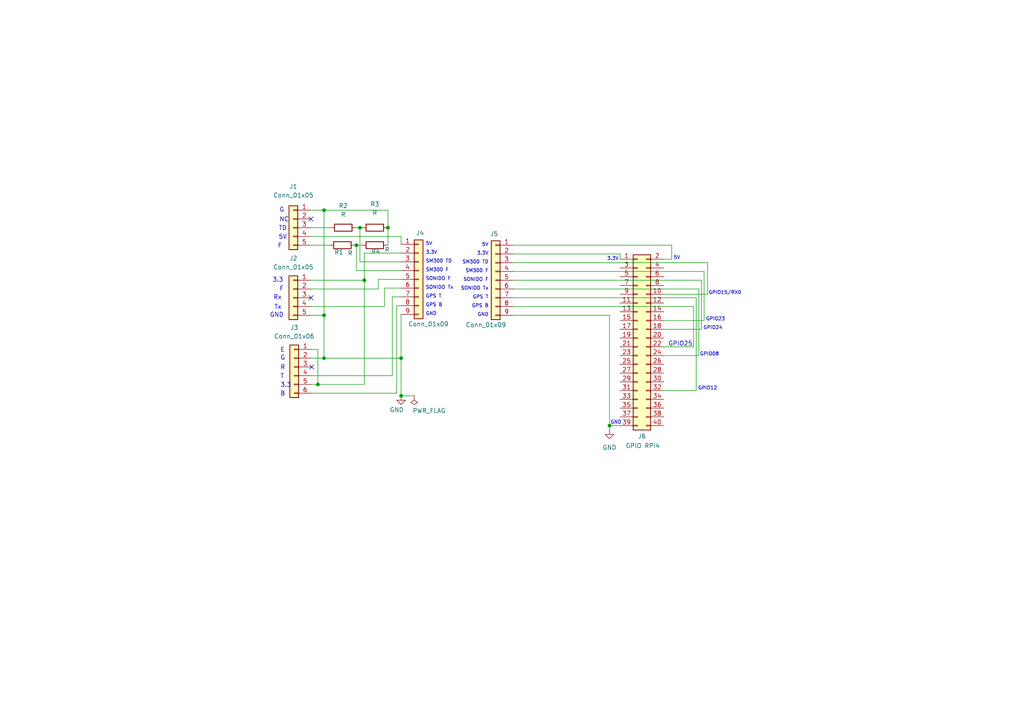
<source format=kicad_sch>
(kicad_sch (version 20211123) (generator eeschema)
  (paper "A4")
  (lib_symbols
    (symbol "Connector_Generic:Conn_01x05" (pin_names (offset 1.016) hide)
      (property "Reference" "J" (at 0 7.62 0))
      (property "Value" "Conn_01x05" (at 0 -7.62 0))
      (symbol "Conn_01x05_1_1"
        (rectangle (start -1.27 -4.953) (end 0 -5.207) (stroke (width 0.1524)))
        (rectangle (start -1.27 -2.413) (end 0 -2.667) (stroke (width 0.1524)))
        (rectangle (start -1.27 0.127) (end 0 -0.127) (stroke (width 0.1524)))
        (rectangle (start -1.27 2.667) (end 0 2.413) (stroke (width 0.1524)))
        (rectangle (start -1.27 5.207) (end 0 4.953) (stroke (width 0.1524)))
        (rectangle (start -1.27 6.35) (end 1.27 -6.35) (stroke (width 0.254)) (fill (type background)))
        (pin passive line (at -5.08 5.08 0) (length 3.81) (name "Pin_1") (number "1"))
        (pin passive line (at -5.08 2.54 0) (length 3.81) (name "Pin_2") (number "2"))
        (pin passive line (at -5.08 0 0) (length 3.81) (name "Pin_3") (number "3"))
        (pin passive line (at -5.08 -2.54 0) (length 3.81) (name "Pin_4") (number "4"))
        (pin passive line (at -5.08 -5.08 0) (length 3.81) (name "Pin_5") (number "5"))
      )
    )
    (symbol "Connector_Generic:Conn_01x06" (pin_names (offset 1.016) hide)
      (property "Reference" "J" (at 0 7.62 0))
      (property "Value" "Conn_01x06" (at 0 -10.16 0))
      (symbol "Conn_01x06_1_1"
        (rectangle (start -1.27 -7.493) (end 0 -7.747) (stroke (width 0.1524)))
        (rectangle (start -1.27 -4.953) (end 0 -5.207) (stroke (width 0.1524)))
        (rectangle (start -1.27 -2.413) (end 0 -2.667) (stroke (width 0.1524)))
        (rectangle (start -1.27 0.127) (end 0 -0.127) (stroke (width 0.1524)))
        (rectangle (start -1.27 2.667) (end 0 2.413) (stroke (width 0.1524)))
        (rectangle (start -1.27 5.207) (end 0 4.953) (stroke (width 0.1524)))
        (rectangle (start -1.27 6.35) (end 1.27 -8.89) (stroke (width 0.254)) (fill (type background)))
        (pin passive line (at -5.08 5.08 0) (length 3.81) (name "Pin_1") (number "1"))
        (pin passive line (at -5.08 2.54 0) (length 3.81) (name "Pin_2") (number "2"))
        (pin passive line (at -5.08 0 0) (length 3.81) (name "Pin_3") (number "3"))
        (pin passive line (at -5.08 -2.54 0) (length 3.81) (name "Pin_4") (number "4"))
        (pin passive line (at -5.08 -5.08 0) (length 3.81) (name "Pin_5") (number "5"))
        (pin passive line (at -5.08 -7.62 0) (length 3.81) (name "Pin_6") (number "6"))
      )
    )
    (symbol "Connector_Generic:Conn_01x09" (pin_names (offset 1.016) hide)
      (property "Reference" "J" (at 0 12.7 0))
      (property "Value" "Conn_01x09" (at 0 -12.7 0))
      (symbol "Conn_01x09_1_1"
        (rectangle (start -1.27 -10.033) (end 0 -10.287) (stroke (width 0.1524)))
        (rectangle (start -1.27 -7.493) (end 0 -7.747) (stroke (width 0.1524)))
        (rectangle (start -1.27 -4.953) (end 0 -5.207) (stroke (width 0.1524)))
        (rectangle (start -1.27 -2.413) (end 0 -2.667) (stroke (width 0.1524)))
        (rectangle (start -1.27 0.127) (end 0 -0.127) (stroke (width 0.1524)))
        (rectangle (start -1.27 2.667) (end 0 2.413) (stroke (width 0.1524)))
        (rectangle (start -1.27 5.207) (end 0 4.953) (stroke (width 0.1524)))
        (rectangle (start -1.27 7.747) (end 0 7.493) (stroke (width 0.1524)))
        (rectangle (start -1.27 10.287) (end 0 10.033) (stroke (width 0.1524)))
        (rectangle (start -1.27 11.43) (end 1.27 -11.43) (stroke (width 0.254)) (fill (type background)))
        (pin passive line (at -5.08 10.16 0) (length 3.81) (name "Pin_1") (number "1"))
        (pin passive line (at -5.08 7.62 0) (length 3.81) (name "Pin_2") (number "2"))
        (pin passive line (at -5.08 5.08 0) (length 3.81) (name "Pin_3") (number "3"))
        (pin passive line (at -5.08 2.54 0) (length 3.81) (name "Pin_4") (number "4"))
        (pin passive line (at -5.08 0 0) (length 3.81) (name "Pin_5") (number "5"))
        (pin passive line (at -5.08 -2.54 0) (length 3.81) (name "Pin_6") (number "6"))
        (pin passive line (at -5.08 -5.08 0) (length 3.81) (name "Pin_7") (number "7"))
        (pin passive line (at -5.08 -7.62 0) (length 3.81) (name "Pin_8") (number "8"))
        (pin passive line (at -5.08 -10.16 0) (length 3.81) (name "Pin_9") (number "9"))
      )
    )
    (symbol "Connector_Generic:Conn_02x20_Odd_Even" (pin_names (offset 1.016) hide)
      (property "Reference" "J" (at 1.27 25.4 0))
      (property "Value" "Conn_02x20_Odd_Even" (at 1.27 -27.94 0))
      (symbol "Conn_02x20_Odd_Even_1_1"
        (rectangle (start -1.27 -25.273) (end 0 -25.527) (stroke (width 0.1524)))
        (rectangle (start -1.27 -22.733) (end 0 -22.987) (stroke (width 0.1524)))
        (rectangle (start -1.27 -20.193) (end 0 -20.447) (stroke (width 0.1524)))
        (rectangle (start -1.27 -17.653) (end 0 -17.907) (stroke (width 0.1524)))
        (rectangle (start -1.27 -15.113) (end 0 -15.367) (stroke (width 0.1524)))
        (rectangle (start -1.27 -12.573) (end 0 -12.827) (stroke (width 0.1524)))
        (rectangle (start -1.27 -10.033) (end 0 -10.287) (stroke (width 0.1524)))
        (rectangle (start -1.27 -7.493) (end 0 -7.747) (stroke (width 0.1524)))
        (rectangle (start -1.27 -4.953) (end 0 -5.207) (stroke (width 0.1524)))
        (rectangle (start -1.27 -2.413) (end 0 -2.667) (stroke (width 0.1524)))
        (rectangle (start -1.27 0.127) (end 0 -0.127) (stroke (width 0.1524)))
        (rectangle (start -1.27 2.667) (end 0 2.413) (stroke (width 0.1524)))
        (rectangle (start -1.27 5.207) (end 0 4.953) (stroke (width 0.1524)))
        (rectangle (start -1.27 7.747) (end 0 7.493) (stroke (width 0.1524)))
        (rectangle (start -1.27 10.287) (end 0 10.033) (stroke (width 0.1524)))
        (rectangle (start -1.27 12.827) (end 0 12.573) (stroke (width 0.1524)))
        (rectangle (start -1.27 15.367) (end 0 15.113) (stroke (width 0.1524)))
        (rectangle (start -1.27 17.907) (end 0 17.653) (stroke (width 0.1524)))
        (rectangle (start -1.27 20.447) (end 0 20.193) (stroke (width 0.1524)))
        (rectangle (start -1.27 22.987) (end 0 22.733) (stroke (width 0.1524)))
        (rectangle (start -1.27 24.13) (end 3.81 -26.67) (stroke (width 0.254)) (fill (type background)))
        (rectangle (start 3.81 -25.273) (end 2.54 -25.527) (stroke (width 0.1524)))
        (rectangle (start 3.81 -22.733) (end 2.54 -22.987) (stroke (width 0.1524)))
        (rectangle (start 3.81 -20.193) (end 2.54 -20.447) (stroke (width 0.1524)))
        (rectangle (start 3.81 -17.653) (end 2.54 -17.907) (stroke (width 0.1524)))
        (rectangle (start 3.81 -15.113) (end 2.54 -15.367) (stroke (width 0.1524)))
        (rectangle (start 3.81 -12.573) (end 2.54 -12.827) (stroke (width 0.1524)))
        (rectangle (start 3.81 -10.033) (end 2.54 -10.287) (stroke (width 0.1524)))
        (rectangle (start 3.81 -7.493) (end 2.54 -7.747) (stroke (width 0.1524)))
        (rectangle (start 3.81 -4.953) (end 2.54 -5.207) (stroke (width 0.1524)))
        (rectangle (start 3.81 -2.413) (end 2.54 -2.667) (stroke (width 0.1524)))
        (rectangle (start 3.81 0.127) (end 2.54 -0.127) (stroke (width 0.1524)))
        (rectangle (start 3.81 2.667) (end 2.54 2.413) (stroke (width 0.1524)))
        (rectangle (start 3.81 5.207) (end 2.54 4.953) (stroke (width 0.1524)))
        (rectangle (start 3.81 7.747) (end 2.54 7.493) (stroke (width 0.1524)))
        (rectangle (start 3.81 10.287) (end 2.54 10.033) (stroke (width 0.1524)))
        (rectangle (start 3.81 12.827) (end 2.54 12.573) (stroke (width 0.1524)))
        (rectangle (start 3.81 15.367) (end 2.54 15.113) (stroke (width 0.1524)))
        (rectangle (start 3.81 17.907) (end 2.54 17.653) (stroke (width 0.1524)))
        (rectangle (start 3.81 20.447) (end 2.54 20.193) (stroke (width 0.1524)))
        (rectangle (start 3.81 22.987) (end 2.54 22.733) (stroke (width 0.1524)))
        (pin passive line (at -5.08 22.86 0) (length 3.81) (name "Pin_1") (number "1"))
        (pin passive line (at 7.62 12.7 180) (length 3.81) (name "Pin_10") (number "10"))
        (pin passive line (at -5.08 10.16 0) (length 3.81) (name "Pin_11") (number "11"))
        (pin passive line (at 7.62 10.16 180) (length 3.81) (name "Pin_12") (number "12"))
        (pin passive line (at -5.08 7.62 0) (length 3.81) (name "Pin_13") (number "13"))
        (pin passive line (at 7.62 7.62 180) (length 3.81) (name "Pin_14") (number "14"))
        (pin passive line (at -5.08 5.08 0) (length 3.81) (name "Pin_15") (number "15"))
        (pin passive line (at 7.62 5.08 180) (length 3.81) (name "Pin_16") (number "16"))
        (pin passive line (at -5.08 2.54 0) (length 3.81) (name "Pin_17") (number "17"))
        (pin passive line (at 7.62 2.54 180) (length 3.81) (name "Pin_18") (number "18"))
        (pin passive line (at -5.08 0 0) (length 3.81) (name "Pin_19") (number "19"))
        (pin passive line (at 7.62 22.86 180) (length 3.81) (name "Pin_2") (number "2"))
        (pin passive line (at 7.62 0 180) (length 3.81) (name "Pin_20") (number "20"))
        (pin passive line (at -5.08 -2.54 0) (length 3.81) (name "Pin_21") (number "21"))
        (pin passive line (at 7.62 -2.54 180) (length 3.81) (name "Pin_22") (number "22"))
        (pin passive line (at -5.08 -5.08 0) (length 3.81) (name "Pin_23") (number "23"))
        (pin passive line (at 7.62 -5.08 180) (length 3.81) (name "Pin_24") (number "24"))
        (pin passive line (at -5.08 -7.62 0) (length 3.81) (name "Pin_25") (number "25"))
        (pin passive line (at 7.62 -7.62 180) (length 3.81) (name "Pin_26") (number "26"))
        (pin passive line (at -5.08 -10.16 0) (length 3.81) (name "Pin_27") (number "27"))
        (pin passive line (at 7.62 -10.16 180) (length 3.81) (name "Pin_28") (number "28"))
        (pin passive line (at -5.08 -12.7 0) (length 3.81) (name "Pin_29") (number "29"))
        (pin passive line (at -5.08 20.32 0) (length 3.81) (name "Pin_3") (number "3"))
        (pin passive line (at 7.62 -12.7 180) (length 3.81) (name "Pin_30") (number "30"))
        (pin passive line (at -5.08 -15.24 0) (length 3.81) (name "Pin_31") (number "31"))
        (pin passive line (at 7.62 -15.24 180) (length 3.81) (name "Pin_32") (number "32"))
        (pin passive line (at -5.08 -17.78 0) (length 3.81) (name "Pin_33") (number "33"))
        (pin passive line (at 7.62 -17.78 180) (length 3.81) (name "Pin_34") (number "34"))
        (pin passive line (at -5.08 -20.32 0) (length 3.81) (name "Pin_35") (number "35"))
        (pin passive line (at 7.62 -20.32 180) (length 3.81) (name "Pin_36") (number "36"))
        (pin passive line (at -5.08 -22.86 0) (length 3.81) (name "Pin_37") (number "37"))
        (pin passive line (at 7.62 -22.86 180) (length 3.81) (name "Pin_38") (number "38"))
        (pin passive line (at -5.08 -25.4 0) (length 3.81) (name "Pin_39") (number "39"))
        (pin passive line (at 7.62 20.32 180) (length 3.81) (name "Pin_4") (number "4"))
        (pin passive line (at 7.62 -25.4 180) (length 3.81) (name "Pin_40") (number "40"))
        (pin passive line (at -5.08 17.78 0) (length 3.81) (name "Pin_5") (number "5"))
        (pin passive line (at 7.62 17.78 180) (length 3.81) (name "Pin_6") (number "6"))
        (pin passive line (at -5.08 15.24 0) (length 3.81) (name "Pin_7") (number "7"))
        (pin passive line (at 7.62 15.24 180) (length 3.81) (name "Pin_8") (number "8"))
        (pin passive line (at -5.08 12.7 0) (length 3.81) (name "Pin_9") (number "9"))
      )
    )
    (symbol "Device:R" (pin_numbers hide) (pin_names (offset 0))
      (property "Reference" "R" (at 2.032 0 90))
      (property "Value" "R" (at 0 0 90))
      (symbol "R_0_1"
        (rectangle (start -1.016 -2.54) (end 1.016 2.54) (stroke (width 0.254)))
      )
      (symbol "R_1_1"
        (pin passive line (at 0 3.81 270) (length 1.27) (name "~") (number "1"))
        (pin passive line (at 0 -3.81 90) (length 1.27) (name "~") (number "2"))
      )
    )
    (symbol "power:GND" (power) (pin_names (offset 0))
      (property "Value" "GND" (at 0 -3.81 0))
      (symbol "GND_0_1"
        (polyline (pts (xy 0 0) (xy 0 -1.27) (xy 1.27 -1.27) (xy 0 -2.54) (xy -1.27 -1.27) (xy 0 -1.27)))
      )
      (symbol "GND_1_1"
        (pin power_in line (at 0 0 270) (length 0) hide (name "GND") (number "1"))
      )
    )
    (symbol "power:PWR_FLAG" (power) (pin_numbers hide) (pin_names (offset 0) hide)
      (property "Value" "PWR_FLAG" (at 0 3.81 0))
      (symbol "PWR_FLAG_0_0"
        (pin power_out line (at 0 0 90) (length 0) (name "pwr") (number "1"))
      )
      (symbol "PWR_FLAG_0_1"
        (polyline (pts (xy 0 0) (xy 0 1.27) (xy -1.016 1.905) (xy 0 2.54) (xy 1.016 1.905) (xy 0 1.27)))
      )
    )
  )
  (junction (at 176.784 123.444))
  (junction (at 103.378 71.12))
  (junction (at 116.332 103.886))
  (junction (at 93.98 60.96))
  (junction (at 92.202 111.506))
  (junction (at 104.394 66.04))
  (junction (at 112.522 66.04))
  (junction (at 93.98 103.886))
  (junction (at 116.332 114.808))
  (junction (at 105.664 81.28))
  (junction (at 93.98 91.44))
  (no_connect (at 90.424 106.426))
  (no_connect (at 90.17 63.5))
  (no_connect (at 90.17 86.36))
  (wire (pts (xy 116.332 68.58) (xy 116.332 70.866)))
  (wire (pts (xy 116.332 114.808) (xy 120.142 114.808)))
  (wire (pts (xy 103.378 66.04) (xy 104.394 66.04)))
  (wire (pts (xy 148.844 76.2) (xy 205.232 76.2)))
  (wire (pts (xy 201.168 88.9) (xy 201.168 100.584)))
  (wire (pts (xy 176.784 123.444) (xy 176.784 124.714)))
  (wire (pts (xy 148.844 73.66) (xy 179.832 73.66)))
  (wire (pts (xy 105.664 111.506) (xy 105.664 81.28)))
  (wire (pts (xy 148.844 83.82) (xy 202.692 83.82)))
  (wire (pts (xy 205.232 76.2) (xy 205.232 85.344)))
  (wire (pts (xy 116.332 91.186) (xy 116.332 103.886)))
  (wire (pts (xy 111.506 88.9) (xy 111.506 83.566)))
  (wire (pts (xy 116.332 75.946) (xy 104.394 75.946)))
  (wire (pts (xy 113.792 86.106) (xy 116.332 86.106)))
  (wire (pts (xy 90.424 108.966) (xy 113.792 108.966)))
  (wire (pts (xy 115.062 88.646) (xy 116.332 88.646)))
  (wire (pts (xy 90.17 71.12) (xy 95.504 71.12)))
  (wire (pts (xy 148.844 81.28) (xy 203.454 81.28)))
  (wire (pts (xy 109.728 81.026) (xy 116.332 81.026)))
  (wire (pts (xy 90.424 114.046) (xy 115.062 114.046)))
  (wire (pts (xy 93.98 60.96) (xy 93.98 91.44)))
  (wire (pts (xy 103.378 78.486) (xy 103.378 71.12)))
  (wire (pts (xy 111.506 83.566) (xy 116.332 83.566)))
  (wire (pts (xy 92.202 111.506) (xy 90.424 111.506)))
  (wire (pts (xy 202.692 103.124) (xy 192.532 103.124)))
  (wire (pts (xy 115.062 114.046) (xy 115.062 88.646)))
  (wire (pts (xy 104.394 75.946) (xy 104.394 66.04)))
  (wire (pts (xy 112.522 66.04) (xy 112.522 60.96)))
  (wire (pts (xy 148.844 88.9) (xy 201.168 88.9)))
  (wire (pts (xy 148.844 91.44) (xy 176.784 91.44)))
  (wire (pts (xy 194.818 71.12) (xy 194.818 75.184)))
  (wire (pts (xy 103.124 71.12) (xy 103.378 71.12)))
  (wire (pts (xy 179.832 73.66) (xy 179.832 75.184)))
  (wire (pts (xy 148.844 71.12) (xy 194.818 71.12)))
  (wire (pts (xy 90.17 81.28) (xy 105.664 81.28)))
  (wire (pts (xy 176.784 123.444) (xy 179.832 123.444)))
  (wire (pts (xy 90.17 83.82) (xy 109.728 83.82)))
  (wire (pts (xy 204.216 92.964) (xy 192.532 92.964)))
  (wire (pts (xy 148.844 78.74) (xy 204.216 78.74)))
  (wire (pts (xy 204.216 78.74) (xy 204.216 92.964)))
  (wire (pts (xy 201.93 113.284) (xy 192.532 113.284)))
  (wire (pts (xy 92.202 101.346) (xy 92.202 111.506)))
  (wire (pts (xy 93.98 103.886) (xy 116.332 103.886)))
  (wire (pts (xy 116.332 78.486) (xy 103.378 78.486)))
  (wire (pts (xy 90.17 68.58) (xy 116.332 68.58)))
  (wire (pts (xy 201.93 86.36) (xy 201.93 113.284)))
  (wire (pts (xy 194.818 75.184) (xy 192.532 75.184)))
  (wire (pts (xy 116.332 103.886) (xy 116.332 114.808)))
  (wire (pts (xy 205.232 85.344) (xy 192.532 85.344)))
  (wire (pts (xy 203.454 81.28) (xy 203.454 95.504)))
  (wire (pts (xy 90.17 60.96) (xy 93.98 60.96)))
  (wire (pts (xy 90.17 91.44) (xy 93.98 91.44)))
  (wire (pts (xy 103.378 71.12) (xy 104.902 71.12)))
  (wire (pts (xy 203.454 95.504) (xy 192.532 95.504)))
  (wire (pts (xy 112.522 60.96) (xy 93.98 60.96)))
  (wire (pts (xy 176.784 91.44) (xy 176.784 123.444)))
  (wire (pts (xy 116.332 73.406) (xy 105.664 73.406)))
  (wire (pts (xy 202.692 83.82) (xy 202.692 103.124)))
  (wire (pts (xy 109.728 83.82) (xy 109.728 81.026)))
  (wire (pts (xy 90.424 101.346) (xy 92.202 101.346)))
  (wire (pts (xy 148.844 86.36) (xy 201.93 86.36)))
  (wire (pts (xy 90.17 88.9) (xy 111.506 88.9)))
  (wire (pts (xy 105.664 111.506) (xy 92.202 111.506)))
  (wire (pts (xy 192.532 100.584) (xy 201.168 100.584)))
  (wire (pts (xy 105.664 73.406) (xy 105.664 81.28)))
  (wire (pts (xy 93.98 103.886) (xy 90.424 103.886)))
  (wire (pts (xy 112.522 66.04) (xy 112.522 71.12)))
  (wire (pts (xy 93.98 91.44) (xy 93.98 103.886)))
  (wire (pts (xy 90.17 66.04) (xy 95.758 66.04)))
  (wire (pts (xy 113.792 108.966) (xy 113.792 86.106)))
  (wire (pts (xy 104.394 66.04) (xy 104.902 66.04)))
  (text "SONIDO F" (at 123.444 81.534 0) (effects (font (size 1 1)) (justify left bottom)))
  (text "5V" (at 195.326 75.438 0) (effects (font (size 1 1)) (justify left bottom)))
  (text "F" (at 81.026 84.582 0) (effects (font (size 1.27 1.27)) (justify left bottom)))
  (text "GND" (at 123.444 91.694 0) (effects (font (size 1 1)) (justify left bottom)))
  (text "Tx" (at 79.502 89.916 0) (effects (font (size 1.27 1.27)) (justify left bottom)))
  (text "3.3" (at 81.28 112.522 0) (effects (font (size 1.27 1.27)) (justify left bottom)))
  (text "E" (at 81.28 102.362 0) (effects (font (size 1.27 1.27)) (justify left bottom)))
  (text "GPIO23" (at 204.724 93.218 0) (effects (font (size 1 1)) (justify left bottom)))
  (text "ailr16" (at 97.536 240.538 0) (effects (font (size 2 2)) (justify left bottom)))
  (text "3.3V" (at 123.444 73.914 0) (effects (font (size 1 1)) (justify left bottom)))
  (text "SM300 F\n" (at 141.732 79.248 180) (effects (font (size 1 1)) (justify right bottom)))
  (text "SONIDO Tx" (at 123.444 84.074 0) (effects (font (size 1 1)) (justify left bottom)))
  (text "Rx" (at 79.248 87.122 0) (effects (font (size 1.27 1.27)) (justify left bottom)))
  (text "3.3V" (at 141.732 74.168 180) (effects (font (size 1 1)) (justify right bottom)))
  (text "GPS B" (at 141.732 89.408 180) (effects (font (size 1 1)) (justify right bottom)))
  (text "GND" (at 177.038 123.19 0) (effects (font (size 1 1)) (justify left bottom)))
  (text "GPIO25" (at 193.802 100.584 0) (effects (font (size 1.27 1.27)) (justify left bottom)))
  (text "Placa para conexiones" (at 105.918 260.35 0) (effects (font (size 2 2)) (justify left bottom)))
  (text "F" (at 80.518 72.136 0) (effects (font (size 1.27 1.27)) (justify left bottom)))
  (text "SONIDO F" (at 141.732 81.788 180) (effects (font (size 1 1)) (justify right bottom)))
  (text "5V" (at 141.732 71.628 180) (effects (font (size 1 1)) (justify right bottom)))
  (text "GPS T" (at 141.732 86.868 180) (effects (font (size 1 1)) (justify right bottom)))
  (text "R" (at 81.28 107.442 0) (effects (font (size 1.27 1.27)) (justify left bottom)))
  (text "GPIO08" (at 202.946 103.378 0) (effects (font (size 1 1)) (justify left bottom)))
  (text "SONIDO Tx" (at 141.732 84.328 180) (effects (font (size 1 1)) (justify right bottom)))
  (text "5V" (at 123.444 71.374 0) (effects (font (size 1 1)) (justify left bottom)))
  (text "B" (at 81.28 115.062 0) (effects (font (size 1.27 1.27)) (justify left bottom)))
  (text "GPS T" (at 123.444 86.614 0) (effects (font (size 1 1)) (justify left bottom)))
  (text "NOTA: Verificar la impresión" (at 97.282 249.428 0) (effects (font (size 2 2)) (justify left bottom)))
  (text "SM300 TD" (at 141.732 76.708 180) (effects (font (size 1 1)) (justify right bottom)))
  (text "3.3" (at 78.994 82.042 0) (effects (font (size 1.27 1.27)) (justify left bottom)))
  (text "5V" (at 80.772 69.596 0) (effects (font (size 1.27 1.27)) (justify left bottom)))
  (text "1.0" (at 187.452 263.652 0) (effects (font (size 1.27 1.27)) (justify left bottom)))
  (text "GPIO15/RX0" (at 205.486 85.598 0) (effects (font (size 1 1)) (justify left bottom)))
  (text "3.3V" (at 176.022 75.692 0) (effects (font (size 1 1)) (justify left bottom)))
  (text "NC" (at 81.026 64.516 0) (effects (font (size 1.27 1.27)) (justify left bottom)))
  (text "18/02/2022" (at 125.222 263.398 0) (effects (font (size 1.27 1.27)) (justify left bottom)))
  (text "SM300 F\n" (at 123.444 78.994 0) (effects (font (size 1 1)) (justify left bottom)))
  (text "GPS B" (at 123.444 89.154 0) (effects (font (size 1 1)) (justify left bottom)))
  (text "G" (at 81.28 104.648 0) (effects (font (size 1.27 1.27)) (justify left bottom)))
  (text "TD" (at 80.772 67.056 0) (effects (font (size 1.27 1.27)) (justify left bottom)))
  (text "SM300 TD" (at 123.444 76.454 0) (effects (font (size 1 1)) (justify left bottom)))
  (text "GPIO12" (at 202.438 113.284 0) (effects (font (size 1 1)) (justify left bottom)))
  (text "GPIO24" (at 203.962 95.758 0) (effects (font (size 1 1)) (justify left bottom)))
  (text "T" (at 81.28 109.982 0) (effects (font (size 1.27 1.27)) (justify left bottom)))
  (text "G" (at 81.026 61.722 0) (effects (font (size 1.27 1.27)) (justify left bottom)))
  (text "GND" (at 78.232 92.202 0) (effects (font (size 1.27 1.27)) (justify left bottom)))
  (text "GND" (at 141.732 91.948 180) (effects (font (size 1 1)) (justify right bottom)))
  (symbol (lib_id "Device:R") (at 99.568 66.04 90) (unit 1)
    (property "Reference" "R2" (at 99.568 59.69 90))
    (property "Value" "R" (at 99.568 62.23 90))
    (property "Footprint" "Resistor_THT:R_Axial_DIN0207_L6.3mm_D2.5mm_P10.16mm_Horizontal" (effects hide))
  )
  (symbol (lib_id "Device:R") (at 99.314 71.12 90) (unit 1)
    (property "Reference" "R1" (at 98.298 73.152 90))
    (property "Value" "R" (at 101.6 73.406 90))
    (property "Footprint" "Resistor_THT:R_Axial_DIN0207_L6.3mm_D2.5mm_P10.16mm_Horizontal" (effects hide))
  )
  (symbol (lib_id "Connector_Generic:Conn_01x05") (at 85.09 66.04 0) (mirror y) (unit 1)
    (property "Reference" "J1" (at 85.09 54.102 0))
    (property "Value" "Conn_01x05" (at 85.09 56.642 0))
    (property "Footprint" "Connector_PinHeader_2.54mm:PinHeader_1x05_P2.54mm_Vertical" (effects hide))
  )
  (symbol (lib_id "power:PWR_FLAG") (at 120.142 114.808 180) (unit 1)
    (property "Reference" "#FLG01" (effects hide))
    (property "Value" "PWR_FLAG" (at 124.46 119.126 0))
  )
  (symbol (lib_id "Connector_Generic:Conn_01x09") (at 121.412 81.026 0) (unit 1)
    (property "Reference" "J4" (at 120.65 67.564 0) (effects (justify left)))
    (property "Value" "Conn_01x09" (at 118.364 93.98 0) (effects (justify left)))
    (property "Footprint" "Connector_PinHeader_2.54mm:PinHeader_1x09_P2.54mm_Vertical" (effects hide))
  )
  (symbol (lib_id "power:GND") (at 176.784 124.714 0) (unit 1)
    (property "Reference" "#PWR?" (effects hide))
    (property "Value" "GND" (at 176.784 129.794 0))
  )
  (symbol (lib_id "Device:R") (at 108.712 71.12 90) (unit 1)
    (property "Reference" "R4" (at 108.966 72.898 90))
    (property "Value" "R" (at 112.268 72.39 90))
    (property "Footprint" "Resistor_THT:R_Axial_DIN0207_L6.3mm_D2.5mm_P10.16mm_Horizontal" (effects hide))
  )
  (symbol (lib_id "Connector_Generic:Conn_01x09") (at 143.764 81.28 0) (mirror y) (unit 1)
    (property "Reference" "J5" (at 144.526 67.818 0) (effects (justify left)))
    (property "Value" "Conn_01x09" (at 146.812 94.234 0) (effects (justify left)))
    (property "Footprint" "Connector_PinHeader_2.54mm:PinHeader_1x09_P2.54mm_Vertical" (effects hide))
  )
  (symbol (lib_id "Connector_Generic:Conn_02x20_Odd_Even") (at 184.912 98.044 0) (unit 1)
    (property "Reference" "J6" (at 186.182 126.492 0))
    (property "Value" "GPIO RPi4" (at 186.436 129.286 0))
  )
  (symbol (lib_id "Connector_Generic:Conn_01x06") (at 85.344 106.426 0) (mirror y) (unit 1)
    (property "Reference" "J3" (at 85.344 94.996 0))
    (property "Value" "Conn_01x06" (at 85.344 97.536 0))
    (property "Footprint" "Connector_PinHeader_2.54mm:PinHeader_1x06_P2.54mm_Vertical" (effects hide))
  )
  (symbol (lib_id "Connector_Generic:Conn_01x05") (at 85.09 86.36 0) (mirror y) (unit 1)
    (property "Reference" "J2" (at 85.09 74.93 0))
    (property "Value" "Conn_01x05" (at 85.09 77.47 0))
    (property "Footprint" "Connector_PinHeader_2.54mm:PinHeader_1x05_P2.54mm_Vertical" (effects hide))
  )
  (symbol (lib_id "power:GND") (at 116.332 114.808 0) (unit 1)
    (property "Reference" "#PWR01" (effects hide))
    (property "Value" "GND" (at 115.062 118.872 0))
  )
  (symbol (lib_id "Device:R") (at 108.712 66.04 90) (unit 1)
    (property "Reference" "R3" (at 108.712 59.182 90))
    (property "Value" "R" (at 108.712 61.722 90))
    (property "Footprint" "Resistor_THT:R_Axial_DIN0207_L6.3mm_D2.5mm_P10.16mm_Horizontal" (effects hide))
  )
)
</source>
